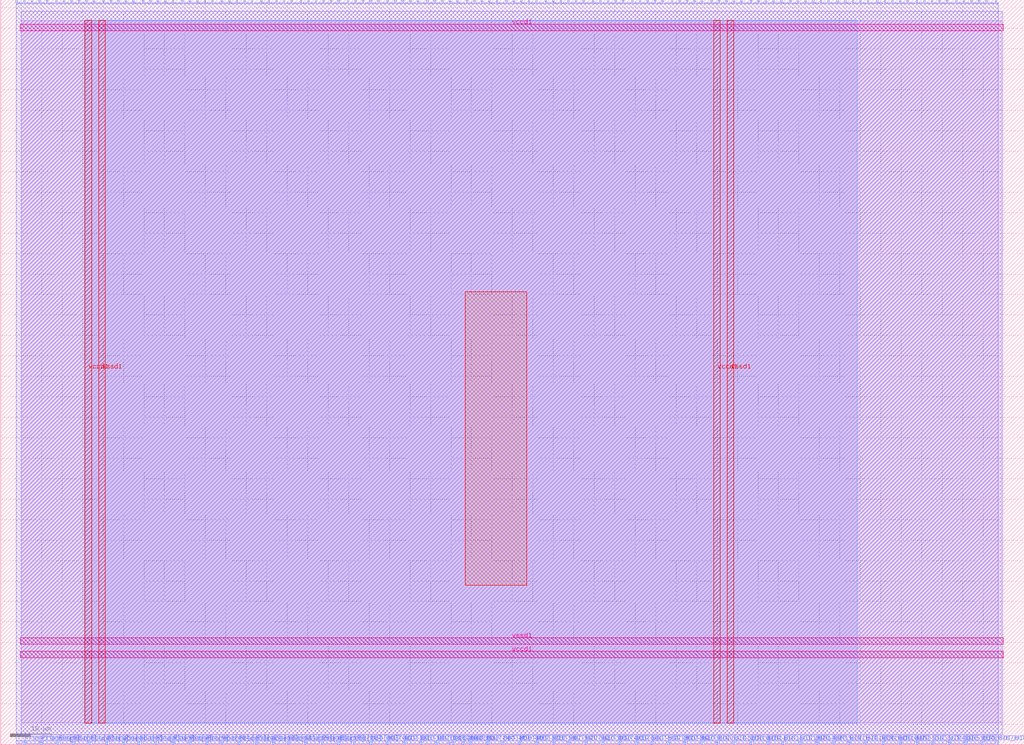
<source format=lef>
VERSION 5.7 ;
  NOWIREEXTENSIONATPIN ON ;
  DIVIDERCHAR "/" ;
  BUSBITCHARS "[]" ;
MACRO S_term_single
  CLASS BLOCK ;
  FOREIGN S_term_single ;
  ORIGIN 0.000 0.000 ;
  SIZE 250.000 BY 182.000 ;
  PIN Co
    DIRECTION OUTPUT TRISTATE ;
    USE SIGNAL ;
    PORT
      LAYER met2 ;
        RECT 104.000 181.300 104.380 182.000 ;
    END
  END Co
  PIN FrameStrobe[0]
    DIRECTION INPUT ;
    USE SIGNAL ;
    ANTENNAGATEAREA 0.213000 ;
    PORT
      LAYER met2 ;
        RECT 5.560 0.000 5.940 0.700 ;
    END
  END FrameStrobe[0]
  PIN FrameStrobe[10]
    DIRECTION INPUT ;
    USE SIGNAL ;
    ANTENNAGATEAREA 0.126000 ;
    PORT
      LAYER met2 ;
        RECT 46.040 0.000 46.420 0.700 ;
    END
  END FrameStrobe[10]
  PIN FrameStrobe[11]
    DIRECTION INPUT ;
    USE SIGNAL ;
    ANTENNAGATEAREA 0.213000 ;
    PORT
      LAYER met2 ;
        RECT 50.180 0.000 50.560 0.700 ;
    END
  END FrameStrobe[11]
  PIN FrameStrobe[12]
    DIRECTION INPUT ;
    USE SIGNAL ;
    ANTENNAGATEAREA 0.126000 ;
    PORT
      LAYER met2 ;
        RECT 53.860 0.000 54.240 0.700 ;
    END
  END FrameStrobe[12]
  PIN FrameStrobe[13]
    DIRECTION INPUT ;
    USE SIGNAL ;
    ANTENNAGATEAREA 0.196500 ;
    PORT
      LAYER met2 ;
        RECT 58.000 0.000 58.380 0.700 ;
    END
  END FrameStrobe[13]
  PIN FrameStrobe[14]
    DIRECTION INPUT ;
    USE SIGNAL ;
    ANTENNAGATEAREA 0.196500 ;
    PORT
      LAYER met2 ;
        RECT 62.140 0.000 62.520 0.700 ;
    END
  END FrameStrobe[14]
  PIN FrameStrobe[15]
    DIRECTION INPUT ;
    USE SIGNAL ;
    ANTENNAGATEAREA 0.126000 ;
    PORT
      LAYER met2 ;
        RECT 66.280 0.000 66.660 0.700 ;
    END
  END FrameStrobe[15]
  PIN FrameStrobe[16]
    DIRECTION INPUT ;
    USE SIGNAL ;
    ANTENNAGATEAREA 0.126000 ;
    PORT
      LAYER met2 ;
        RECT 69.960 0.000 70.340 0.700 ;
    END
  END FrameStrobe[16]
  PIN FrameStrobe[17]
    DIRECTION INPUT ;
    USE SIGNAL ;
    ANTENNAGATEAREA 0.196500 ;
    PORT
      LAYER met2 ;
        RECT 74.100 0.000 74.480 0.700 ;
    END
  END FrameStrobe[17]
  PIN FrameStrobe[18]
    DIRECTION INPUT ;
    USE SIGNAL ;
    ANTENNAGATEAREA 0.196500 ;
    PORT
      LAYER met2 ;
        RECT 78.240 0.000 78.620 0.700 ;
    END
  END FrameStrobe[18]
  PIN FrameStrobe[19]
    DIRECTION INPUT ;
    USE SIGNAL ;
    ANTENNAGATEAREA 0.196500 ;
    PORT
      LAYER met2 ;
        RECT 82.380 0.000 82.760 0.700 ;
    END
  END FrameStrobe[19]
  PIN FrameStrobe[1]
    DIRECTION INPUT ;
    USE SIGNAL ;
    ANTENNAGATEAREA 0.213000 ;
    PORT
      LAYER met2 ;
        RECT 9.700 0.000 10.080 0.700 ;
    END
  END FrameStrobe[1]
  PIN FrameStrobe[2]
    DIRECTION INPUT ;
    USE SIGNAL ;
    ANTENNAGATEAREA 0.213000 ;
    PORT
      LAYER met2 ;
        RECT 13.840 0.000 14.220 0.700 ;
    END
  END FrameStrobe[2]
  PIN FrameStrobe[3]
    DIRECTION INPUT ;
    USE SIGNAL ;
    ANTENNAGATEAREA 0.213000 ;
    PORT
      LAYER met2 ;
        RECT 17.520 0.000 17.900 0.700 ;
    END
  END FrameStrobe[3]
  PIN FrameStrobe[4]
    DIRECTION INPUT ;
    USE SIGNAL ;
    ANTENNAGATEAREA 0.126000 ;
    PORT
      LAYER met2 ;
        RECT 21.660 0.000 22.040 0.700 ;
    END
  END FrameStrobe[4]
  PIN FrameStrobe[5]
    DIRECTION INPUT ;
    USE SIGNAL ;
    ANTENNAGATEAREA 0.213000 ;
    PORT
      LAYER met2 ;
        RECT 25.800 0.000 26.180 0.700 ;
    END
  END FrameStrobe[5]
  PIN FrameStrobe[6]
    DIRECTION INPUT ;
    USE SIGNAL ;
    ANTENNAGATEAREA 0.126000 ;
    PORT
      LAYER met2 ;
        RECT 29.940 0.000 30.320 0.700 ;
    END
  END FrameStrobe[6]
  PIN FrameStrobe[7]
    DIRECTION INPUT ;
    USE SIGNAL ;
    ANTENNAGATEAREA 0.126000 ;
    PORT
      LAYER met2 ;
        RECT 33.620 0.000 34.000 0.700 ;
    END
  END FrameStrobe[7]
  PIN FrameStrobe[8]
    DIRECTION INPUT ;
    USE SIGNAL ;
    ANTENNAGATEAREA 0.213000 ;
    PORT
      LAYER met2 ;
        RECT 37.760 0.000 38.140 0.700 ;
    END
  END FrameStrobe[8]
  PIN FrameStrobe[9]
    DIRECTION INPUT ;
    USE SIGNAL ;
    ANTENNAGATEAREA 0.213000 ;
    PORT
      LAYER met2 ;
        RECT 41.900 0.000 42.280 0.700 ;
    END
  END FrameStrobe[9]
  PIN FrameStrobe_O[0]
    DIRECTION OUTPUT TRISTATE ;
    USE SIGNAL ;
    ANTENNADIFFAREA 0.795200 ;
    PORT
      LAYER met2 ;
        RECT 206.120 181.300 206.500 182.000 ;
    END
  END FrameStrobe_O[0]
  PIN FrameStrobe_O[10]
    DIRECTION OUTPUT TRISTATE ;
    USE SIGNAL ;
    ANTENNADIFFAREA 0.795200 ;
    PORT
      LAYER met2 ;
        RECT 225.440 181.300 225.820 182.000 ;
    END
  END FrameStrobe_O[10]
  PIN FrameStrobe_O[11]
    DIRECTION OUTPUT TRISTATE ;
    USE SIGNAL ;
    ANTENNADIFFAREA 0.795200 ;
    PORT
      LAYER met2 ;
        RECT 227.280 181.300 227.660 182.000 ;
    END
  END FrameStrobe_O[11]
  PIN FrameStrobe_O[12]
    DIRECTION OUTPUT TRISTATE ;
    USE SIGNAL ;
    ANTENNADIFFAREA 0.795200 ;
    PORT
      LAYER met2 ;
        RECT 229.120 181.300 229.500 182.000 ;
    END
  END FrameStrobe_O[12]
  PIN FrameStrobe_O[13]
    DIRECTION OUTPUT TRISTATE ;
    USE SIGNAL ;
    ANTENNADIFFAREA 0.795200 ;
    PORT
      LAYER met2 ;
        RECT 230.960 181.300 231.340 182.000 ;
    END
  END FrameStrobe_O[13]
  PIN FrameStrobe_O[14]
    DIRECTION OUTPUT TRISTATE ;
    USE SIGNAL ;
    ANTENNADIFFAREA 0.795200 ;
    PORT
      LAYER met2 ;
        RECT 233.260 181.300 233.640 182.000 ;
    END
  END FrameStrobe_O[14]
  PIN FrameStrobe_O[15]
    DIRECTION OUTPUT TRISTATE ;
    USE SIGNAL ;
    ANTENNADIFFAREA 0.795200 ;
    PORT
      LAYER met2 ;
        RECT 235.100 181.300 235.480 182.000 ;
    END
  END FrameStrobe_O[15]
  PIN FrameStrobe_O[16]
    DIRECTION OUTPUT TRISTATE ;
    USE SIGNAL ;
    ANTENNADIFFAREA 0.795200 ;
    PORT
      LAYER met2 ;
        RECT 236.940 181.300 237.320 182.000 ;
    END
  END FrameStrobe_O[16]
  PIN FrameStrobe_O[17]
    DIRECTION OUTPUT TRISTATE ;
    USE SIGNAL ;
    ANTENNADIFFAREA 0.795200 ;
    PORT
      LAYER met2 ;
        RECT 238.780 181.300 239.160 182.000 ;
    END
  END FrameStrobe_O[17]
  PIN FrameStrobe_O[18]
    DIRECTION OUTPUT TRISTATE ;
    USE SIGNAL ;
    ANTENNADIFFAREA 0.795200 ;
    PORT
      LAYER met2 ;
        RECT 240.620 181.300 241.000 182.000 ;
    END
  END FrameStrobe_O[18]
  PIN FrameStrobe_O[19]
    DIRECTION OUTPUT TRISTATE ;
    USE SIGNAL ;
    ANTENNADIFFAREA 0.795200 ;
    PORT
      LAYER met2 ;
        RECT 242.920 181.300 243.300 182.000 ;
    END
  END FrameStrobe_O[19]
  PIN FrameStrobe_O[1]
    DIRECTION OUTPUT TRISTATE ;
    USE SIGNAL ;
    ANTENNADIFFAREA 0.795200 ;
    PORT
      LAYER met2 ;
        RECT 207.960 181.300 208.340 182.000 ;
    END
  END FrameStrobe_O[1]
  PIN FrameStrobe_O[2]
    DIRECTION OUTPUT TRISTATE ;
    USE SIGNAL ;
    ANTENNADIFFAREA 0.795200 ;
    PORT
      LAYER met2 ;
        RECT 209.800 181.300 210.180 182.000 ;
    END
  END FrameStrobe_O[2]
  PIN FrameStrobe_O[3]
    DIRECTION OUTPUT TRISTATE ;
    USE SIGNAL ;
    ANTENNADIFFAREA 0.795200 ;
    PORT
      LAYER met2 ;
        RECT 211.640 181.300 212.020 182.000 ;
    END
  END FrameStrobe_O[3]
  PIN FrameStrobe_O[4]
    DIRECTION OUTPUT TRISTATE ;
    USE SIGNAL ;
    ANTENNADIFFAREA 0.795200 ;
    PORT
      LAYER met2 ;
        RECT 213.940 181.300 214.320 182.000 ;
    END
  END FrameStrobe_O[4]
  PIN FrameStrobe_O[5]
    DIRECTION OUTPUT TRISTATE ;
    USE SIGNAL ;
    ANTENNADIFFAREA 0.795200 ;
    PORT
      LAYER met2 ;
        RECT 215.780 181.300 216.160 182.000 ;
    END
  END FrameStrobe_O[5]
  PIN FrameStrobe_O[6]
    DIRECTION OUTPUT TRISTATE ;
    USE SIGNAL ;
    ANTENNADIFFAREA 0.795200 ;
    PORT
      LAYER met2 ;
        RECT 217.620 181.300 218.000 182.000 ;
    END
  END FrameStrobe_O[6]
  PIN FrameStrobe_O[7]
    DIRECTION OUTPUT TRISTATE ;
    USE SIGNAL ;
    ANTENNADIFFAREA 0.795200 ;
    PORT
      LAYER met2 ;
        RECT 219.460 181.300 219.840 182.000 ;
    END
  END FrameStrobe_O[7]
  PIN FrameStrobe_O[8]
    DIRECTION OUTPUT TRISTATE ;
    USE SIGNAL ;
    ANTENNADIFFAREA 0.795200 ;
    PORT
      LAYER met2 ;
        RECT 221.300 181.300 221.680 182.000 ;
    END
  END FrameStrobe_O[8]
  PIN FrameStrobe_O[9]
    DIRECTION OUTPUT TRISTATE ;
    USE SIGNAL ;
    ANTENNADIFFAREA 0.795200 ;
    PORT
      LAYER met2 ;
        RECT 223.600 181.300 223.980 182.000 ;
    END
  END FrameStrobe_O[9]
  PIN N1BEG[0]
    DIRECTION OUTPUT TRISTATE ;
    USE SIGNAL ;
    ANTENNADIFFAREA 0.795200 ;
    PORT
      LAYER met2 ;
        RECT 3.720 181.300 4.100 182.000 ;
    END
  END N1BEG[0]
  PIN N1BEG[1]
    DIRECTION OUTPUT TRISTATE ;
    USE SIGNAL ;
    ANTENNADIFFAREA 0.795200 ;
    PORT
      LAYER met2 ;
        RECT 5.560 181.300 5.940 182.000 ;
    END
  END N1BEG[1]
  PIN N1BEG[2]
    DIRECTION OUTPUT TRISTATE ;
    USE SIGNAL ;
    ANTENNADIFFAREA 0.795200 ;
    PORT
      LAYER met2 ;
        RECT 7.400 181.300 7.780 182.000 ;
    END
  END N1BEG[2]
  PIN N1BEG[3]
    DIRECTION OUTPUT TRISTATE ;
    USE SIGNAL ;
    ANTENNADIFFAREA 0.445500 ;
    PORT
      LAYER met2 ;
        RECT 9.240 181.300 9.620 182.000 ;
    END
  END N1BEG[3]
  PIN N2BEG[0]
    DIRECTION OUTPUT TRISTATE ;
    USE SIGNAL ;
    ANTENNADIFFAREA 0.445500 ;
    PORT
      LAYER met2 ;
        RECT 11.080 181.300 11.460 182.000 ;
    END
  END N2BEG[0]
  PIN N2BEG[1]
    DIRECTION OUTPUT TRISTATE ;
    USE SIGNAL ;
    ANTENNADIFFAREA 0.795200 ;
    PORT
      LAYER met2 ;
        RECT 13.380 181.300 13.760 182.000 ;
    END
  END N2BEG[1]
  PIN N2BEG[2]
    DIRECTION OUTPUT TRISTATE ;
    USE SIGNAL ;
    ANTENNADIFFAREA 0.795200 ;
    PORT
      LAYER met2 ;
        RECT 15.220 181.300 15.600 182.000 ;
    END
  END N2BEG[2]
  PIN N2BEG[3]
    DIRECTION OUTPUT TRISTATE ;
    USE SIGNAL ;
    ANTENNADIFFAREA 0.445500 ;
    PORT
      LAYER met2 ;
        RECT 17.060 181.300 17.440 182.000 ;
    END
  END N2BEG[3]
  PIN N2BEG[4]
    DIRECTION OUTPUT TRISTATE ;
    USE SIGNAL ;
    ANTENNADIFFAREA 0.795200 ;
    PORT
      LAYER met2 ;
        RECT 18.900 181.300 19.280 182.000 ;
    END
  END N2BEG[4]
  PIN N2BEG[5]
    DIRECTION OUTPUT TRISTATE ;
    USE SIGNAL ;
    ANTENNADIFFAREA 0.795200 ;
    PORT
      LAYER met2 ;
        RECT 20.740 181.300 21.120 182.000 ;
    END
  END N2BEG[5]
  PIN N2BEG[6]
    DIRECTION OUTPUT TRISTATE ;
    USE SIGNAL ;
    ANTENNADIFFAREA 0.795200 ;
    PORT
      LAYER met2 ;
        RECT 22.580 181.300 22.960 182.000 ;
    END
  END N2BEG[6]
  PIN N2BEG[7]
    DIRECTION OUTPUT TRISTATE ;
    USE SIGNAL ;
    ANTENNADIFFAREA 0.445500 ;
    PORT
      LAYER met2 ;
        RECT 24.880 181.300 25.260 182.000 ;
    END
  END N2BEG[7]
  PIN N2BEGb[0]
    DIRECTION OUTPUT TRISTATE ;
    USE SIGNAL ;
    ANTENNADIFFAREA 0.795200 ;
    PORT
      LAYER met2 ;
        RECT 26.720 181.300 27.100 182.000 ;
    END
  END N2BEGb[0]
  PIN N2BEGb[1]
    DIRECTION OUTPUT TRISTATE ;
    USE SIGNAL ;
    ANTENNADIFFAREA 0.795200 ;
    PORT
      LAYER met2 ;
        RECT 28.560 181.300 28.940 182.000 ;
    END
  END N2BEGb[1]
  PIN N2BEGb[2]
    DIRECTION OUTPUT TRISTATE ;
    USE SIGNAL ;
    ANTENNADIFFAREA 0.445500 ;
    PORT
      LAYER met2 ;
        RECT 30.400 181.300 30.780 182.000 ;
    END
  END N2BEGb[2]
  PIN N2BEGb[3]
    DIRECTION OUTPUT TRISTATE ;
    USE SIGNAL ;
    ANTENNADIFFAREA 0.445500 ;
    PORT
      LAYER met2 ;
        RECT 32.240 181.300 32.620 182.000 ;
    END
  END N2BEGb[3]
  PIN N2BEGb[4]
    DIRECTION OUTPUT TRISTATE ;
    USE SIGNAL ;
    ANTENNADIFFAREA 0.795200 ;
    PORT
      LAYER met2 ;
        RECT 34.540 181.300 34.920 182.000 ;
    END
  END N2BEGb[4]
  PIN N2BEGb[5]
    DIRECTION OUTPUT TRISTATE ;
    USE SIGNAL ;
    ANTENNADIFFAREA 0.445500 ;
    PORT
      LAYER met2 ;
        RECT 36.380 181.300 36.760 182.000 ;
    END
  END N2BEGb[5]
  PIN N2BEGb[6]
    DIRECTION OUTPUT TRISTATE ;
    USE SIGNAL ;
    ANTENNADIFFAREA 0.445500 ;
    PORT
      LAYER met2 ;
        RECT 38.220 181.300 38.600 182.000 ;
    END
  END N2BEGb[6]
  PIN N2BEGb[7]
    DIRECTION OUTPUT TRISTATE ;
    USE SIGNAL ;
    ANTENNADIFFAREA 0.795200 ;
    PORT
      LAYER met2 ;
        RECT 40.060 181.300 40.440 182.000 ;
    END
  END N2BEGb[7]
  PIN N4BEG[0]
    DIRECTION OUTPUT TRISTATE ;
    USE SIGNAL ;
    ANTENNADIFFAREA 0.795200 ;
    PORT
      LAYER met2 ;
        RECT 41.900 181.300 42.280 182.000 ;
    END
  END N4BEG[0]
  PIN N4BEG[10]
    DIRECTION OUTPUT TRISTATE ;
    USE SIGNAL ;
    ANTENNADIFFAREA 0.795200 ;
    PORT
      LAYER met2 ;
        RECT 61.220 181.300 61.600 182.000 ;
    END
  END N4BEG[10]
  PIN N4BEG[11]
    DIRECTION OUTPUT TRISTATE ;
    USE SIGNAL ;
    ANTENNADIFFAREA 0.795200 ;
    PORT
      LAYER met2 ;
        RECT 63.520 181.300 63.900 182.000 ;
    END
  END N4BEG[11]
  PIN N4BEG[12]
    DIRECTION OUTPUT TRISTATE ;
    USE SIGNAL ;
    ANTENNADIFFAREA 0.445500 ;
    PORT
      LAYER met2 ;
        RECT 65.360 181.300 65.740 182.000 ;
    END
  END N4BEG[12]
  PIN N4BEG[13]
    DIRECTION OUTPUT TRISTATE ;
    USE SIGNAL ;
    ANTENNADIFFAREA 0.445500 ;
    PORT
      LAYER met2 ;
        RECT 67.200 181.300 67.580 182.000 ;
    END
  END N4BEG[13]
  PIN N4BEG[14]
    DIRECTION OUTPUT TRISTATE ;
    USE SIGNAL ;
    ANTENNADIFFAREA 0.795200 ;
    PORT
      LAYER met2 ;
        RECT 69.040 181.300 69.420 182.000 ;
    END
  END N4BEG[14]
  PIN N4BEG[15]
    DIRECTION OUTPUT TRISTATE ;
    USE SIGNAL ;
    ANTENNADIFFAREA 0.445500 ;
    PORT
      LAYER met2 ;
        RECT 70.880 181.300 71.260 182.000 ;
    END
  END N4BEG[15]
  PIN N4BEG[1]
    DIRECTION OUTPUT TRISTATE ;
    USE SIGNAL ;
    ANTENNADIFFAREA 0.445500 ;
    PORT
      LAYER met2 ;
        RECT 44.200 181.300 44.580 182.000 ;
    END
  END N4BEG[1]
  PIN N4BEG[2]
    DIRECTION OUTPUT TRISTATE ;
    USE SIGNAL ;
    ANTENNADIFFAREA 0.445500 ;
    PORT
      LAYER met2 ;
        RECT 46.040 181.300 46.420 182.000 ;
    END
  END N4BEG[2]
  PIN N4BEG[3]
    DIRECTION OUTPUT TRISTATE ;
    USE SIGNAL ;
    ANTENNADIFFAREA 0.795200 ;
    PORT
      LAYER met2 ;
        RECT 47.880 181.300 48.260 182.000 ;
    END
  END N4BEG[3]
  PIN N4BEG[4]
    DIRECTION OUTPUT TRISTATE ;
    USE SIGNAL ;
    ANTENNADIFFAREA 0.795200 ;
    PORT
      LAYER met2 ;
        RECT 49.720 181.300 50.100 182.000 ;
    END
  END N4BEG[4]
  PIN N4BEG[5]
    DIRECTION OUTPUT TRISTATE ;
    USE SIGNAL ;
    ANTENNADIFFAREA 0.445500 ;
    PORT
      LAYER met2 ;
        RECT 51.560 181.300 51.940 182.000 ;
    END
  END N4BEG[5]
  PIN N4BEG[6]
    DIRECTION OUTPUT TRISTATE ;
    USE SIGNAL ;
    ANTENNADIFFAREA 0.795200 ;
    PORT
      LAYER met2 ;
        RECT 53.860 181.300 54.240 182.000 ;
    END
  END N4BEG[6]
  PIN N4BEG[7]
    DIRECTION OUTPUT TRISTATE ;
    USE SIGNAL ;
    ANTENNADIFFAREA 0.795200 ;
    PORT
      LAYER met2 ;
        RECT 55.700 181.300 56.080 182.000 ;
    END
  END N4BEG[7]
  PIN N4BEG[8]
    DIRECTION OUTPUT TRISTATE ;
    USE SIGNAL ;
    ANTENNADIFFAREA 0.445500 ;
    PORT
      LAYER met2 ;
        RECT 57.540 181.300 57.920 182.000 ;
    END
  END N4BEG[8]
  PIN N4BEG[9]
    DIRECTION OUTPUT TRISTATE ;
    USE SIGNAL ;
    ANTENNADIFFAREA 0.445500 ;
    PORT
      LAYER met2 ;
        RECT 59.380 181.300 59.760 182.000 ;
    END
  END N4BEG[9]
  PIN NN4BEG[0]
    DIRECTION OUTPUT TRISTATE ;
    USE SIGNAL ;
    ANTENNADIFFAREA 0.445500 ;
    PORT
      LAYER met2 ;
        RECT 73.180 181.300 73.560 182.000 ;
    END
  END NN4BEG[0]
  PIN NN4BEG[10]
    DIRECTION OUTPUT TRISTATE ;
    USE SIGNAL ;
    ANTENNADIFFAREA 0.445500 ;
    PORT
      LAYER met2 ;
        RECT 92.040 181.300 92.420 182.000 ;
    END
  END NN4BEG[10]
  PIN NN4BEG[11]
    DIRECTION OUTPUT TRISTATE ;
    USE SIGNAL ;
    ANTENNADIFFAREA 0.445500 ;
    PORT
      LAYER met2 ;
        RECT 94.340 181.300 94.720 182.000 ;
    END
  END NN4BEG[11]
  PIN NN4BEG[12]
    DIRECTION OUTPUT TRISTATE ;
    USE SIGNAL ;
    ANTENNADIFFAREA 0.795200 ;
    PORT
      LAYER met2 ;
        RECT 96.180 181.300 96.560 182.000 ;
    END
  END NN4BEG[12]
  PIN NN4BEG[13]
    DIRECTION OUTPUT TRISTATE ;
    USE SIGNAL ;
    ANTENNADIFFAREA 0.445500 ;
    PORT
      LAYER met2 ;
        RECT 98.020 181.300 98.400 182.000 ;
    END
  END NN4BEG[13]
  PIN NN4BEG[14]
    DIRECTION OUTPUT TRISTATE ;
    USE SIGNAL ;
    ANTENNADIFFAREA 0.445500 ;
    PORT
      LAYER met2 ;
        RECT 99.860 181.300 100.240 182.000 ;
    END
  END NN4BEG[14]
  PIN NN4BEG[15]
    DIRECTION OUTPUT TRISTATE ;
    USE SIGNAL ;
    ANTENNADIFFAREA 0.795200 ;
    PORT
      LAYER met2 ;
        RECT 101.700 181.300 102.080 182.000 ;
    END
  END NN4BEG[15]
  PIN NN4BEG[1]
    DIRECTION OUTPUT TRISTATE ;
    USE SIGNAL ;
    ANTENNADIFFAREA 0.795200 ;
    PORT
      LAYER met2 ;
        RECT 75.020 181.300 75.400 182.000 ;
    END
  END NN4BEG[1]
  PIN NN4BEG[2]
    DIRECTION OUTPUT TRISTATE ;
    USE SIGNAL ;
    ANTENNADIFFAREA 0.795200 ;
    PORT
      LAYER met2 ;
        RECT 76.860 181.300 77.240 182.000 ;
    END
  END NN4BEG[2]
  PIN NN4BEG[3]
    DIRECTION OUTPUT TRISTATE ;
    USE SIGNAL ;
    ANTENNADIFFAREA 0.445500 ;
    PORT
      LAYER met2 ;
        RECT 78.700 181.300 79.080 182.000 ;
    END
  END NN4BEG[3]
  PIN NN4BEG[4]
    DIRECTION OUTPUT TRISTATE ;
    USE SIGNAL ;
    ANTENNADIFFAREA 0.445500 ;
    PORT
      LAYER met2 ;
        RECT 80.540 181.300 80.920 182.000 ;
    END
  END NN4BEG[4]
  PIN NN4BEG[5]
    DIRECTION OUTPUT TRISTATE ;
    USE SIGNAL ;
    ANTENNADIFFAREA 0.795200 ;
    PORT
      LAYER met2 ;
        RECT 82.380 181.300 82.760 182.000 ;
    END
  END NN4BEG[5]
  PIN NN4BEG[6]
    DIRECTION OUTPUT TRISTATE ;
    USE SIGNAL ;
    ANTENNADIFFAREA 0.445500 ;
    PORT
      LAYER met2 ;
        RECT 84.680 181.300 85.060 182.000 ;
    END
  END NN4BEG[6]
  PIN NN4BEG[7]
    DIRECTION OUTPUT TRISTATE ;
    USE SIGNAL ;
    ANTENNADIFFAREA 0.445500 ;
    PORT
      LAYER met2 ;
        RECT 86.520 181.300 86.900 182.000 ;
    END
  END NN4BEG[7]
  PIN NN4BEG[8]
    DIRECTION OUTPUT TRISTATE ;
    USE SIGNAL ;
    ANTENNADIFFAREA 0.795200 ;
    PORT
      LAYER met2 ;
        RECT 88.360 181.300 88.740 182.000 ;
    END
  END NN4BEG[8]
  PIN NN4BEG[9]
    DIRECTION OUTPUT TRISTATE ;
    USE SIGNAL ;
    ANTENNADIFFAREA 0.795200 ;
    PORT
      LAYER met2 ;
        RECT 90.200 181.300 90.580 182.000 ;
    END
  END NN4BEG[9]
  PIN S1END[0]
    DIRECTION INPUT ;
    USE SIGNAL ;
    ANTENNAGATEAREA 0.196500 ;
    PORT
      LAYER met2 ;
        RECT 105.840 181.300 106.220 182.000 ;
    END
  END S1END[0]
  PIN S1END[1]
    DIRECTION INPUT ;
    USE SIGNAL ;
    ANTENNAGATEAREA 0.196500 ;
    PORT
      LAYER met2 ;
        RECT 107.680 181.300 108.060 182.000 ;
    END
  END S1END[1]
  PIN S1END[2]
    DIRECTION INPUT ;
    USE SIGNAL ;
    ANTENNAGATEAREA 0.196500 ;
    PORT
      LAYER met2 ;
        RECT 109.520 181.300 109.900 182.000 ;
    END
  END S1END[2]
  PIN S1END[3]
    DIRECTION INPUT ;
    USE SIGNAL ;
    ANTENNAGATEAREA 0.196500 ;
    PORT
      LAYER met2 ;
        RECT 111.360 181.300 111.740 182.000 ;
    END
  END S1END[3]
  PIN S2END[0]
    DIRECTION INPUT ;
    USE SIGNAL ;
    ANTENNAGATEAREA 0.196500 ;
    PORT
      LAYER met2 ;
        RECT 128.840 181.300 129.220 182.000 ;
    END
  END S2END[0]
  PIN S2END[1]
    DIRECTION INPUT ;
    USE SIGNAL ;
    ANTENNAGATEAREA 0.196500 ;
    PORT
      LAYER met2 ;
        RECT 130.680 181.300 131.060 182.000 ;
    END
  END S2END[1]
  PIN S2END[2]
    DIRECTION INPUT ;
    USE SIGNAL ;
    ANTENNAGATEAREA 0.196500 ;
    PORT
      LAYER met2 ;
        RECT 132.980 181.300 133.360 182.000 ;
    END
  END S2END[2]
  PIN S2END[3]
    DIRECTION INPUT ;
    USE SIGNAL ;
    ANTENNAGATEAREA 0.196500 ;
    PORT
      LAYER met2 ;
        RECT 134.820 181.300 135.200 182.000 ;
    END
  END S2END[3]
  PIN S2END[4]
    DIRECTION INPUT ;
    USE SIGNAL ;
    ANTENNAGATEAREA 0.196500 ;
    PORT
      LAYER met2 ;
        RECT 136.660 181.300 137.040 182.000 ;
    END
  END S2END[4]
  PIN S2END[5]
    DIRECTION INPUT ;
    USE SIGNAL ;
    ANTENNAGATEAREA 0.196500 ;
    PORT
      LAYER met2 ;
        RECT 138.500 181.300 138.880 182.000 ;
    END
  END S2END[5]
  PIN S2END[6]
    DIRECTION INPUT ;
    USE SIGNAL ;
    ANTENNAGATEAREA 0.196500 ;
    PORT
      LAYER met2 ;
        RECT 140.340 181.300 140.720 182.000 ;
    END
  END S2END[6]
  PIN S2END[7]
    DIRECTION INPUT ;
    USE SIGNAL ;
    ANTENNAGATEAREA 0.196500 ;
    PORT
      LAYER met2 ;
        RECT 142.180 181.300 142.560 182.000 ;
    END
  END S2END[7]
  PIN S2MID[0]
    DIRECTION INPUT ;
    USE SIGNAL ;
    ANTENNAGATEAREA 0.196500 ;
    PORT
      LAYER met2 ;
        RECT 113.660 181.300 114.040 182.000 ;
    END
  END S2MID[0]
  PIN S2MID[1]
    DIRECTION INPUT ;
    USE SIGNAL ;
    ANTENNAGATEAREA 0.196500 ;
    PORT
      LAYER met2 ;
        RECT 115.500 181.300 115.880 182.000 ;
    END
  END S2MID[1]
  PIN S2MID[2]
    DIRECTION INPUT ;
    USE SIGNAL ;
    ANTENNAGATEAREA 0.196500 ;
    PORT
      LAYER met2 ;
        RECT 117.340 181.300 117.720 182.000 ;
    END
  END S2MID[2]
  PIN S2MID[3]
    DIRECTION INPUT ;
    USE SIGNAL ;
    ANTENNAGATEAREA 0.196500 ;
    PORT
      LAYER met2 ;
        RECT 119.180 181.300 119.560 182.000 ;
    END
  END S2MID[3]
  PIN S2MID[4]
    DIRECTION INPUT ;
    USE SIGNAL ;
    ANTENNAGATEAREA 0.196500 ;
    PORT
      LAYER met2 ;
        RECT 121.020 181.300 121.400 182.000 ;
    END
  END S2MID[4]
  PIN S2MID[5]
    DIRECTION INPUT ;
    USE SIGNAL ;
    ANTENNAGATEAREA 0.196500 ;
    PORT
      LAYER met2 ;
        RECT 123.320 181.300 123.700 182.000 ;
    END
  END S2MID[5]
  PIN S2MID[6]
    DIRECTION INPUT ;
    USE SIGNAL ;
    ANTENNAGATEAREA 0.196500 ;
    PORT
      LAYER met2 ;
        RECT 125.160 181.300 125.540 182.000 ;
    END
  END S2MID[6]
  PIN S2MID[7]
    DIRECTION INPUT ;
    USE SIGNAL ;
    ANTENNAGATEAREA 0.196500 ;
    PORT
      LAYER met2 ;
        RECT 127.000 181.300 127.380 182.000 ;
    END
  END S2MID[7]
  PIN S4END[0]
    DIRECTION INPUT ;
    USE SIGNAL ;
    ANTENNAGATEAREA 0.196500 ;
    PORT
      LAYER met2 ;
        RECT 144.480 181.300 144.860 182.000 ;
    END
  END S4END[0]
  PIN S4END[10]
    DIRECTION INPUT ;
    USE SIGNAL ;
    ANTENNAGATEAREA 0.196500 ;
    PORT
      LAYER met2 ;
        RECT 163.800 181.300 164.180 182.000 ;
    END
  END S4END[10]
  PIN S4END[11]
    DIRECTION INPUT ;
    USE SIGNAL ;
    ANTENNAGATEAREA 0.196500 ;
    PORT
      LAYER met2 ;
        RECT 165.640 181.300 166.020 182.000 ;
    END
  END S4END[11]
  PIN S4END[12]
    DIRECTION INPUT ;
    USE SIGNAL ;
    PORT
      LAYER met2 ;
        RECT 167.480 181.300 167.860 182.000 ;
    END
  END S4END[12]
  PIN S4END[13]
    DIRECTION INPUT ;
    USE SIGNAL ;
    PORT
      LAYER met2 ;
        RECT 169.320 181.300 169.700 182.000 ;
    END
  END S4END[13]
  PIN S4END[14]
    DIRECTION INPUT ;
    USE SIGNAL ;
    PORT
      LAYER met2 ;
        RECT 171.160 181.300 171.540 182.000 ;
    END
  END S4END[14]
  PIN S4END[15]
    DIRECTION INPUT ;
    USE SIGNAL ;
    PORT
      LAYER met2 ;
        RECT 173.460 181.300 173.840 182.000 ;
    END
  END S4END[15]
  PIN S4END[1]
    DIRECTION INPUT ;
    USE SIGNAL ;
    ANTENNAGATEAREA 0.196500 ;
    PORT
      LAYER met2 ;
        RECT 146.320 181.300 146.700 182.000 ;
    END
  END S4END[1]
  PIN S4END[2]
    DIRECTION INPUT ;
    USE SIGNAL ;
    ANTENNAGATEAREA 0.126000 ;
    PORT
      LAYER met2 ;
        RECT 148.160 181.300 148.540 182.000 ;
    END
  END S4END[2]
  PIN S4END[3]
    DIRECTION INPUT ;
    USE SIGNAL ;
    ANTENNAGATEAREA 0.126000 ;
    PORT
      LAYER met2 ;
        RECT 150.000 181.300 150.380 182.000 ;
    END
  END S4END[3]
  PIN S4END[4]
    DIRECTION INPUT ;
    USE SIGNAL ;
    ANTENNAGATEAREA 0.196500 ;
    PORT
      LAYER met2 ;
        RECT 151.840 181.300 152.220 182.000 ;
    END
  END S4END[4]
  PIN S4END[5]
    DIRECTION INPUT ;
    USE SIGNAL ;
    ANTENNAGATEAREA 0.196500 ;
    PORT
      LAYER met2 ;
        RECT 154.140 181.300 154.520 182.000 ;
    END
  END S4END[5]
  PIN S4END[6]
    DIRECTION INPUT ;
    USE SIGNAL ;
    ANTENNAGATEAREA 0.196500 ;
    PORT
      LAYER met2 ;
        RECT 155.980 181.300 156.360 182.000 ;
    END
  END S4END[6]
  PIN S4END[7]
    DIRECTION INPUT ;
    USE SIGNAL ;
    ANTENNAGATEAREA 0.196500 ;
    PORT
      LAYER met2 ;
        RECT 157.820 181.300 158.200 182.000 ;
    END
  END S4END[7]
  PIN S4END[8]
    DIRECTION INPUT ;
    USE SIGNAL ;
    ANTENNAGATEAREA 0.196500 ;
    PORT
      LAYER met2 ;
        RECT 159.660 181.300 160.040 182.000 ;
    END
  END S4END[8]
  PIN S4END[9]
    DIRECTION INPUT ;
    USE SIGNAL ;
    ANTENNAGATEAREA 0.196500 ;
    PORT
      LAYER met2 ;
        RECT 161.500 181.300 161.880 182.000 ;
    END
  END S4END[9]
  PIN SS4END[0]
    DIRECTION INPUT ;
    USE SIGNAL ;
    ANTENNAGATEAREA 0.196500 ;
    PORT
      LAYER met2 ;
        RECT 175.300 181.300 175.680 182.000 ;
    END
  END SS4END[0]
  PIN SS4END[10]
    DIRECTION INPUT ;
    USE SIGNAL ;
    ANTENNAGATEAREA 0.126000 ;
    PORT
      LAYER met2 ;
        RECT 194.620 181.300 195.000 182.000 ;
    END
  END SS4END[10]
  PIN SS4END[11]
    DIRECTION INPUT ;
    USE SIGNAL ;
    ANTENNAGATEAREA 0.213000 ;
    PORT
      LAYER met2 ;
        RECT 196.460 181.300 196.840 182.000 ;
    END
  END SS4END[11]
  PIN SS4END[12]
    DIRECTION INPUT ;
    USE SIGNAL ;
    ANTENNAGATEAREA 0.126000 ;
    PORT
      LAYER met2 ;
        RECT 198.300 181.300 198.680 182.000 ;
    END
  END SS4END[12]
  PIN SS4END[13]
    DIRECTION INPUT ;
    USE SIGNAL ;
    ANTENNAGATEAREA 0.213000 ;
    PORT
      LAYER met2 ;
        RECT 200.140 181.300 200.520 182.000 ;
    END
  END SS4END[13]
  PIN SS4END[14]
    DIRECTION INPUT ;
    USE SIGNAL ;
    ANTENNAGATEAREA 0.126000 ;
    PORT
      LAYER met2 ;
        RECT 201.980 181.300 202.360 182.000 ;
    END
  END SS4END[14]
  PIN SS4END[15]
    DIRECTION INPUT ;
    USE SIGNAL ;
    ANTENNAGATEAREA 0.213000 ;
    PORT
      LAYER met2 ;
        RECT 204.280 181.300 204.660 182.000 ;
    END
  END SS4END[15]
  PIN SS4END[1]
    DIRECTION INPUT ;
    USE SIGNAL ;
    ANTENNAGATEAREA 0.196500 ;
    PORT
      LAYER met2 ;
        RECT 177.140 181.300 177.520 182.000 ;
    END
  END SS4END[1]
  PIN SS4END[2]
    DIRECTION INPUT ;
    USE SIGNAL ;
    ANTENNAGATEAREA 0.126000 ;
    PORT
      LAYER met2 ;
        RECT 178.980 181.300 179.360 182.000 ;
    END
  END SS4END[2]
  PIN SS4END[3]
    DIRECTION INPUT ;
    USE SIGNAL ;
    ANTENNAGATEAREA 0.196500 ;
    PORT
      LAYER met2 ;
        RECT 180.820 181.300 181.200 182.000 ;
    END
  END SS4END[3]
  PIN SS4END[4]
    DIRECTION INPUT ;
    USE SIGNAL ;
    ANTENNAGATEAREA 0.126000 ;
    PORT
      LAYER met2 ;
        RECT 183.120 181.300 183.500 182.000 ;
    END
  END SS4END[4]
  PIN SS4END[5]
    DIRECTION INPUT ;
    USE SIGNAL ;
    ANTENNAGATEAREA 0.126000 ;
    PORT
      LAYER met2 ;
        RECT 184.960 181.300 185.340 182.000 ;
    END
  END SS4END[5]
  PIN SS4END[6]
    DIRECTION INPUT ;
    USE SIGNAL ;
    ANTENNAGATEAREA 0.126000 ;
    PORT
      LAYER met2 ;
        RECT 186.800 181.300 187.180 182.000 ;
    END
  END SS4END[6]
  PIN SS4END[7]
    DIRECTION INPUT ;
    USE SIGNAL ;
    ANTENNAGATEAREA 0.126000 ;
    PORT
      LAYER met2 ;
        RECT 188.640 181.300 189.020 182.000 ;
    END
  END SS4END[7]
  PIN SS4END[8]
    DIRECTION INPUT ;
    USE SIGNAL ;
    ANTENNAGATEAREA 0.196500 ;
    PORT
      LAYER met2 ;
        RECT 190.480 181.300 190.860 182.000 ;
    END
  END SS4END[8]
  PIN SS4END[9]
    DIRECTION INPUT ;
    USE SIGNAL ;
    ANTENNAGATEAREA 0.126000 ;
    PORT
      LAYER met2 ;
        RECT 192.780 181.300 193.160 182.000 ;
    END
  END SS4END[9]
  PIN UIO_BOT_UIN0
    DIRECTION INPUT ;
    USE SIGNAL ;
    ANTENNAGATEAREA 0.196500 ;
    PORT
      LAYER met2 ;
        RECT 167.020 0.000 167.400 0.700 ;
    END
  END UIO_BOT_UIN0
  PIN UIO_BOT_UIN1
    DIRECTION INPUT ;
    USE SIGNAL ;
    ANTENNAGATEAREA 0.126000 ;
    PORT
      LAYER met2 ;
        RECT 171.160 0.000 171.540 0.700 ;
    END
  END UIO_BOT_UIN1
  PIN UIO_BOT_UIN10
    DIRECTION INPUT ;
    USE SIGNAL ;
    ANTENNAGATEAREA 0.126000 ;
    PORT
      LAYER met2 ;
        RECT 174.840 0.000 175.220 0.700 ;
    END
  END UIO_BOT_UIN10
  PIN UIO_BOT_UIN11
    DIRECTION INPUT ;
    USE SIGNAL ;
    ANTENNAGATEAREA 0.196500 ;
    PORT
      LAYER met2 ;
        RECT 178.980 0.000 179.360 0.700 ;
    END
  END UIO_BOT_UIN11
  PIN UIO_BOT_UIN12
    DIRECTION INPUT ;
    USE SIGNAL ;
    ANTENNAGATEAREA 0.196500 ;
    PORT
      LAYER met2 ;
        RECT 183.120 0.000 183.500 0.700 ;
    END
  END UIO_BOT_UIN12
  PIN UIO_BOT_UIN13
    DIRECTION INPUT ;
    USE SIGNAL ;
    ANTENNAGATEAREA 0.196500 ;
    PORT
      LAYER met2 ;
        RECT 187.260 0.000 187.640 0.700 ;
    END
  END UIO_BOT_UIN13
  PIN UIO_BOT_UIN14
    DIRECTION INPUT ;
    USE SIGNAL ;
    ANTENNAGATEAREA 0.126000 ;
    PORT
      LAYER met2 ;
        RECT 190.940 0.000 191.320 0.700 ;
    END
  END UIO_BOT_UIN14
  PIN UIO_BOT_UIN15
    DIRECTION INPUT ;
    USE SIGNAL ;
    ANTENNAGATEAREA 0.126000 ;
    PORT
      LAYER met2 ;
        RECT 195.080 0.000 195.460 0.700 ;
    END
  END UIO_BOT_UIN15
  PIN UIO_BOT_UIN16
    DIRECTION INPUT ;
    USE SIGNAL ;
    ANTENNAGATEAREA 0.196500 ;
    PORT
      LAYER met2 ;
        RECT 199.220 0.000 199.600 0.700 ;
    END
  END UIO_BOT_UIN16
  PIN UIO_BOT_UIN17
    DIRECTION INPUT ;
    USE SIGNAL ;
    ANTENNAGATEAREA 0.213000 ;
    PORT
      LAYER met2 ;
        RECT 203.360 0.000 203.740 0.700 ;
    END
  END UIO_BOT_UIN17
  PIN UIO_BOT_UIN18
    DIRECTION INPUT ;
    USE SIGNAL ;
    ANTENNAGATEAREA 0.196500 ;
    PORT
      LAYER met2 ;
        RECT 207.040 0.000 207.420 0.700 ;
    END
  END UIO_BOT_UIN18
  PIN UIO_BOT_UIN19
    DIRECTION INPUT ;
    USE SIGNAL ;
    ANTENNAGATEAREA 0.126000 ;
    PORT
      LAYER met2 ;
        RECT 211.180 0.000 211.560 0.700 ;
    END
  END UIO_BOT_UIN19
  PIN UIO_BOT_UIN2
    DIRECTION INPUT ;
    USE SIGNAL ;
    ANTENNAGATEAREA 0.126000 ;
    PORT
      LAYER met2 ;
        RECT 215.320 0.000 215.700 0.700 ;
    END
  END UIO_BOT_UIN2
  PIN UIO_BOT_UIN3
    DIRECTION INPUT ;
    USE SIGNAL ;
    ANTENNAGATEAREA 0.213000 ;
    PORT
      LAYER met2 ;
        RECT 219.460 0.000 219.840 0.700 ;
    END
  END UIO_BOT_UIN3
  PIN UIO_BOT_UIN4
    DIRECTION INPUT ;
    USE SIGNAL ;
    ANTENNAGATEAREA 0.213000 ;
    PORT
      LAYER met2 ;
        RECT 223.600 0.000 223.980 0.700 ;
    END
  END UIO_BOT_UIN4
  PIN UIO_BOT_UIN5
    DIRECTION INPUT ;
    USE SIGNAL ;
    ANTENNAGATEAREA 0.213000 ;
    PORT
      LAYER met2 ;
        RECT 227.280 0.000 227.660 0.700 ;
    END
  END UIO_BOT_UIN5
  PIN UIO_BOT_UIN6
    DIRECTION INPUT ;
    USE SIGNAL ;
    ANTENNAGATEAREA 0.126000 ;
    PORT
      LAYER met2 ;
        RECT 231.420 0.000 231.800 0.700 ;
    END
  END UIO_BOT_UIN6
  PIN UIO_BOT_UIN7
    DIRECTION INPUT ;
    USE SIGNAL ;
    ANTENNAGATEAREA 0.213000 ;
    PORT
      LAYER met2 ;
        RECT 235.560 0.000 235.940 0.700 ;
    END
  END UIO_BOT_UIN7
  PIN UIO_BOT_UIN8
    DIRECTION INPUT ;
    USE SIGNAL ;
    ANTENNAGATEAREA 0.126000 ;
    PORT
      LAYER met2 ;
        RECT 239.700 0.000 240.080 0.700 ;
    END
  END UIO_BOT_UIN8
  PIN UIO_BOT_UIN9
    DIRECTION INPUT ;
    USE SIGNAL ;
    ANTENNAGATEAREA 0.213000 ;
    PORT
      LAYER met2 ;
        RECT 243.380 0.000 243.760 0.700 ;
    END
  END UIO_BOT_UIN9
  PIN UIO_BOT_UOUT0
    DIRECTION OUTPUT TRISTATE ;
    USE SIGNAL ;
    ANTENNADIFFAREA 0.445500 ;
    PORT
      LAYER met2 ;
        RECT 86.060 0.000 86.440 0.700 ;
    END
  END UIO_BOT_UOUT0
  PIN UIO_BOT_UOUT1
    DIRECTION OUTPUT TRISTATE ;
    USE SIGNAL ;
    ANTENNADIFFAREA 0.795200 ;
    PORT
      LAYER met2 ;
        RECT 90.200 0.000 90.580 0.700 ;
    END
  END UIO_BOT_UOUT1
  PIN UIO_BOT_UOUT10
    DIRECTION OUTPUT TRISTATE ;
    USE SIGNAL ;
    ANTENNADIFFAREA 0.445500 ;
    PORT
      LAYER met2 ;
        RECT 94.340 0.000 94.720 0.700 ;
    END
  END UIO_BOT_UOUT10
  PIN UIO_BOT_UOUT11
    DIRECTION OUTPUT TRISTATE ;
    USE SIGNAL ;
    ANTENNADIFFAREA 0.445500 ;
    PORT
      LAYER met2 ;
        RECT 98.480 0.000 98.860 0.700 ;
    END
  END UIO_BOT_UOUT11
  PIN UIO_BOT_UOUT12
    DIRECTION OUTPUT TRISTATE ;
    USE SIGNAL ;
    ANTENNADIFFAREA 0.795200 ;
    PORT
      LAYER met2 ;
        RECT 102.620 0.000 103.000 0.700 ;
    END
  END UIO_BOT_UOUT12
  PIN UIO_BOT_UOUT13
    DIRECTION OUTPUT TRISTATE ;
    USE SIGNAL ;
    ANTENNADIFFAREA 0.445500 ;
    PORT
      LAYER met2 ;
        RECT 106.300 0.000 106.680 0.700 ;
    END
  END UIO_BOT_UOUT13
  PIN UIO_BOT_UOUT14
    DIRECTION OUTPUT TRISTATE ;
    USE SIGNAL ;
    ANTENNADIFFAREA 0.795200 ;
    PORT
      LAYER met2 ;
        RECT 110.440 0.000 110.820 0.700 ;
    END
  END UIO_BOT_UOUT14
  PIN UIO_BOT_UOUT15
    DIRECTION OUTPUT TRISTATE ;
    USE SIGNAL ;
    ANTENNADIFFAREA 0.445500 ;
    PORT
      LAYER met2 ;
        RECT 114.580 0.000 114.960 0.700 ;
    END
  END UIO_BOT_UOUT15
  PIN UIO_BOT_UOUT16
    DIRECTION OUTPUT TRISTATE ;
    USE SIGNAL ;
    ANTENNADIFFAREA 0.445500 ;
    PORT
      LAYER met2 ;
        RECT 118.720 0.000 119.100 0.700 ;
    END
  END UIO_BOT_UOUT16
  PIN UIO_BOT_UOUT17
    DIRECTION OUTPUT TRISTATE ;
    USE SIGNAL ;
    ANTENNADIFFAREA 0.795200 ;
    PORT
      LAYER met2 ;
        RECT 122.400 0.000 122.780 0.700 ;
    END
  END UIO_BOT_UOUT17
  PIN UIO_BOT_UOUT18
    DIRECTION OUTPUT TRISTATE ;
    USE SIGNAL ;
    ANTENNADIFFAREA 0.445500 ;
    PORT
      LAYER met2 ;
        RECT 126.540 0.000 126.920 0.700 ;
    END
  END UIO_BOT_UOUT18
  PIN UIO_BOT_UOUT19
    DIRECTION OUTPUT TRISTATE ;
    USE SIGNAL ;
    ANTENNADIFFAREA 0.795200 ;
    PORT
      LAYER met2 ;
        RECT 130.680 0.000 131.060 0.700 ;
    END
  END UIO_BOT_UOUT19
  PIN UIO_BOT_UOUT2
    DIRECTION OUTPUT TRISTATE ;
    USE SIGNAL ;
    ANTENNADIFFAREA 0.445500 ;
    PORT
      LAYER met2 ;
        RECT 134.820 0.000 135.200 0.700 ;
    END
  END UIO_BOT_UOUT2
  PIN UIO_BOT_UOUT3
    DIRECTION OUTPUT TRISTATE ;
    USE SIGNAL ;
    ANTENNADIFFAREA 0.445500 ;
    PORT
      LAYER met2 ;
        RECT 138.500 0.000 138.880 0.700 ;
    END
  END UIO_BOT_UOUT3
  PIN UIO_BOT_UOUT4
    DIRECTION OUTPUT TRISTATE ;
    USE SIGNAL ;
    ANTENNADIFFAREA 0.445500 ;
    PORT
      LAYER met2 ;
        RECT 142.640 0.000 143.020 0.700 ;
    END
  END UIO_BOT_UOUT4
  PIN UIO_BOT_UOUT5
    DIRECTION OUTPUT TRISTATE ;
    USE SIGNAL ;
    ANTENNADIFFAREA 0.445500 ;
    PORT
      LAYER met2 ;
        RECT 146.780 0.000 147.160 0.700 ;
    END
  END UIO_BOT_UOUT5
  PIN UIO_BOT_UOUT6
    DIRECTION OUTPUT TRISTATE ;
    USE SIGNAL ;
    ANTENNADIFFAREA 0.795200 ;
    PORT
      LAYER met2 ;
        RECT 150.920 0.000 151.300 0.700 ;
    END
  END UIO_BOT_UOUT6
  PIN UIO_BOT_UOUT7
    DIRECTION OUTPUT TRISTATE ;
    USE SIGNAL ;
    ANTENNADIFFAREA 0.445500 ;
    PORT
      LAYER met2 ;
        RECT 155.060 0.000 155.440 0.700 ;
    END
  END UIO_BOT_UOUT7
  PIN UIO_BOT_UOUT8
    DIRECTION OUTPUT TRISTATE ;
    USE SIGNAL ;
    ANTENNADIFFAREA 0.445500 ;
    PORT
      LAYER met2 ;
        RECT 158.740 0.000 159.120 0.700 ;
    END
  END UIO_BOT_UOUT8
  PIN UIO_BOT_UOUT9
    DIRECTION OUTPUT TRISTATE ;
    USE SIGNAL ;
    ANTENNADIFFAREA 0.445500 ;
    PORT
      LAYER met2 ;
        RECT 162.880 0.000 163.260 0.700 ;
    END
  END UIO_BOT_UOUT9
  PIN UserCLK
    DIRECTION INPUT ;
    USE SIGNAL ;
    ANTENNAGATEAREA 0.159000 ;
    PORT
      LAYER met2 ;
        RECT 112.790 0.000 113.070 0.700 ;
    END
  END UserCLK
  PIN UserCLKo
    DIRECTION OUTPUT TRISTATE ;
    USE SIGNAL ;
    ANTENNADIFFAREA 0.340600 ;
    PORT
      LAYER met2 ;
        RECT 109.570 0.000 109.850 0.700 ;
    END
  END UserCLKo
  PIN vccd1
    DIRECTION INOUT ;
    USE POWER ;
    PORT
      LAYER met4 ;
        RECT 20.580 5.200 22.180 177.040 ;
    END
    PORT
      LAYER met4 ;
        RECT 174.180 5.200 175.780 177.040 ;
    END
    PORT
      LAYER met5 ;
        RECT 4.820 21.290 244.960 22.890 ;
    END
    PORT
      LAYER met5 ;
        RECT 4.820 174.470 244.960 176.070 ;
    END
  END vccd1
  PIN vssd1
    DIRECTION INOUT ;
    USE GROUND ;
    PORT
      LAYER met4 ;
        RECT 23.880 5.200 25.480 177.040 ;
    END
    PORT
      LAYER met4 ;
        RECT 177.480 5.200 179.080 177.040 ;
    END
    PORT
      LAYER met5 ;
        RECT 4.820 24.590 244.960 26.190 ;
    END
  END vssd1
  OBS
      LAYER li1 ;
        RECT 5.060 5.355 244.720 176.885 ;
      LAYER met1 ;
        RECT 5.060 2.420 244.720 179.140 ;
      LAYER met2 ;
        RECT 4.380 181.020 5.280 181.300 ;
        RECT 6.220 181.020 7.120 181.300 ;
        RECT 8.060 181.020 8.960 181.300 ;
        RECT 9.900 181.020 10.800 181.300 ;
        RECT 11.740 181.020 13.100 181.300 ;
        RECT 14.040 181.020 14.940 181.300 ;
        RECT 15.880 181.020 16.780 181.300 ;
        RECT 17.720 181.020 18.620 181.300 ;
        RECT 19.560 181.020 20.460 181.300 ;
        RECT 21.400 181.020 22.300 181.300 ;
        RECT 23.240 181.020 24.600 181.300 ;
        RECT 25.540 181.020 26.440 181.300 ;
        RECT 27.380 181.020 28.280 181.300 ;
        RECT 29.220 181.020 30.120 181.300 ;
        RECT 31.060 181.020 31.960 181.300 ;
        RECT 32.900 181.020 34.260 181.300 ;
        RECT 35.200 181.020 36.100 181.300 ;
        RECT 37.040 181.020 37.940 181.300 ;
        RECT 38.880 181.020 39.780 181.300 ;
        RECT 40.720 181.020 41.620 181.300 ;
        RECT 42.560 181.020 43.920 181.300 ;
        RECT 44.860 181.020 45.760 181.300 ;
        RECT 46.700 181.020 47.600 181.300 ;
        RECT 48.540 181.020 49.440 181.300 ;
        RECT 50.380 181.020 51.280 181.300 ;
        RECT 52.220 181.020 53.580 181.300 ;
        RECT 54.520 181.020 55.420 181.300 ;
        RECT 56.360 181.020 57.260 181.300 ;
        RECT 58.200 181.020 59.100 181.300 ;
        RECT 60.040 181.020 60.940 181.300 ;
        RECT 61.880 181.020 63.240 181.300 ;
        RECT 64.180 181.020 65.080 181.300 ;
        RECT 66.020 181.020 66.920 181.300 ;
        RECT 67.860 181.020 68.760 181.300 ;
        RECT 69.700 181.020 70.600 181.300 ;
        RECT 71.540 181.020 72.900 181.300 ;
        RECT 73.840 181.020 74.740 181.300 ;
        RECT 75.680 181.020 76.580 181.300 ;
        RECT 77.520 181.020 78.420 181.300 ;
        RECT 79.360 181.020 80.260 181.300 ;
        RECT 81.200 181.020 82.100 181.300 ;
        RECT 83.040 181.020 84.400 181.300 ;
        RECT 85.340 181.020 86.240 181.300 ;
        RECT 87.180 181.020 88.080 181.300 ;
        RECT 89.020 181.020 89.920 181.300 ;
        RECT 90.860 181.020 91.760 181.300 ;
        RECT 92.700 181.020 94.060 181.300 ;
        RECT 95.000 181.020 95.900 181.300 ;
        RECT 96.840 181.020 97.740 181.300 ;
        RECT 98.680 181.020 99.580 181.300 ;
        RECT 100.520 181.020 101.420 181.300 ;
        RECT 102.360 181.020 103.720 181.300 ;
        RECT 104.660 181.020 105.560 181.300 ;
        RECT 106.500 181.020 107.400 181.300 ;
        RECT 108.340 181.020 109.240 181.300 ;
        RECT 110.180 181.020 111.080 181.300 ;
        RECT 112.020 181.020 113.380 181.300 ;
        RECT 114.320 181.020 115.220 181.300 ;
        RECT 116.160 181.020 117.060 181.300 ;
        RECT 118.000 181.020 118.900 181.300 ;
        RECT 119.840 181.020 120.740 181.300 ;
        RECT 121.680 181.020 123.040 181.300 ;
        RECT 123.980 181.020 124.880 181.300 ;
        RECT 125.820 181.020 126.720 181.300 ;
        RECT 127.660 181.020 128.560 181.300 ;
        RECT 129.500 181.020 130.400 181.300 ;
        RECT 131.340 181.020 132.700 181.300 ;
        RECT 133.640 181.020 134.540 181.300 ;
        RECT 135.480 181.020 136.380 181.300 ;
        RECT 137.320 181.020 138.220 181.300 ;
        RECT 139.160 181.020 140.060 181.300 ;
        RECT 141.000 181.020 141.900 181.300 ;
        RECT 142.840 181.020 144.200 181.300 ;
        RECT 145.140 181.020 146.040 181.300 ;
        RECT 146.980 181.020 147.880 181.300 ;
        RECT 148.820 181.020 149.720 181.300 ;
        RECT 150.660 181.020 151.560 181.300 ;
        RECT 152.500 181.020 153.860 181.300 ;
        RECT 154.800 181.020 155.700 181.300 ;
        RECT 156.640 181.020 157.540 181.300 ;
        RECT 158.480 181.020 159.380 181.300 ;
        RECT 160.320 181.020 161.220 181.300 ;
        RECT 162.160 181.020 163.520 181.300 ;
        RECT 164.460 181.020 165.360 181.300 ;
        RECT 166.300 181.020 167.200 181.300 ;
        RECT 168.140 181.020 169.040 181.300 ;
        RECT 169.980 181.020 170.880 181.300 ;
        RECT 171.820 181.020 173.180 181.300 ;
        RECT 174.120 181.020 175.020 181.300 ;
        RECT 175.960 181.020 176.860 181.300 ;
        RECT 177.800 181.020 178.700 181.300 ;
        RECT 179.640 181.020 180.540 181.300 ;
        RECT 181.480 181.020 182.840 181.300 ;
        RECT 183.780 181.020 184.680 181.300 ;
        RECT 185.620 181.020 186.520 181.300 ;
        RECT 187.460 181.020 188.360 181.300 ;
        RECT 189.300 181.020 190.200 181.300 ;
        RECT 191.140 181.020 192.500 181.300 ;
        RECT 193.440 181.020 194.340 181.300 ;
        RECT 195.280 181.020 196.180 181.300 ;
        RECT 197.120 181.020 198.020 181.300 ;
        RECT 198.960 181.020 199.860 181.300 ;
        RECT 200.800 181.020 201.700 181.300 ;
        RECT 202.640 181.020 204.000 181.300 ;
        RECT 204.940 181.020 205.840 181.300 ;
        RECT 206.780 181.020 207.680 181.300 ;
        RECT 208.620 181.020 209.520 181.300 ;
        RECT 210.460 181.020 211.360 181.300 ;
        RECT 212.300 181.020 213.660 181.300 ;
        RECT 214.600 181.020 215.500 181.300 ;
        RECT 216.440 181.020 217.340 181.300 ;
        RECT 218.280 181.020 219.180 181.300 ;
        RECT 220.120 181.020 221.020 181.300 ;
        RECT 221.960 181.020 223.320 181.300 ;
        RECT 224.260 181.020 225.160 181.300 ;
        RECT 226.100 181.020 227.000 181.300 ;
        RECT 227.940 181.020 228.840 181.300 ;
        RECT 229.780 181.020 230.680 181.300 ;
        RECT 231.620 181.020 232.980 181.300 ;
        RECT 233.920 181.020 234.820 181.300 ;
        RECT 235.760 181.020 236.660 181.300 ;
        RECT 237.600 181.020 238.500 181.300 ;
        RECT 239.440 181.020 240.340 181.300 ;
        RECT 241.280 181.020 242.640 181.300 ;
        RECT 243.580 181.020 243.700 181.300 ;
        RECT 3.840 0.980 243.700 181.020 ;
        RECT 3.840 0.270 5.280 0.980 ;
        RECT 6.220 0.270 9.420 0.980 ;
        RECT 10.360 0.270 13.560 0.980 ;
        RECT 14.500 0.270 17.240 0.980 ;
        RECT 18.180 0.270 21.380 0.980 ;
        RECT 22.320 0.270 25.520 0.980 ;
        RECT 26.460 0.270 29.660 0.980 ;
        RECT 30.600 0.270 33.340 0.980 ;
        RECT 34.280 0.270 37.480 0.980 ;
        RECT 38.420 0.270 41.620 0.980 ;
        RECT 42.560 0.270 45.760 0.980 ;
        RECT 46.700 0.270 49.900 0.980 ;
        RECT 50.840 0.270 53.580 0.980 ;
        RECT 54.520 0.270 57.720 0.980 ;
        RECT 58.660 0.270 61.860 0.980 ;
        RECT 62.800 0.270 66.000 0.980 ;
        RECT 66.940 0.270 69.680 0.980 ;
        RECT 70.620 0.270 73.820 0.980 ;
        RECT 74.760 0.270 77.960 0.980 ;
        RECT 78.900 0.270 82.100 0.980 ;
        RECT 83.040 0.270 85.780 0.980 ;
        RECT 86.720 0.270 89.920 0.980 ;
        RECT 90.860 0.270 94.060 0.980 ;
        RECT 95.000 0.270 98.200 0.980 ;
        RECT 99.140 0.270 102.340 0.980 ;
        RECT 103.280 0.270 106.020 0.980 ;
        RECT 106.960 0.270 109.290 0.980 ;
        RECT 110.130 0.270 110.160 0.980 ;
        RECT 111.100 0.270 112.510 0.980 ;
        RECT 113.350 0.270 114.300 0.980 ;
        RECT 115.240 0.270 118.440 0.980 ;
        RECT 119.380 0.270 122.120 0.980 ;
        RECT 123.060 0.270 126.260 0.980 ;
        RECT 127.200 0.270 130.400 0.980 ;
        RECT 131.340 0.270 134.540 0.980 ;
        RECT 135.480 0.270 138.220 0.980 ;
        RECT 139.160 0.270 142.360 0.980 ;
        RECT 143.300 0.270 146.500 0.980 ;
        RECT 147.440 0.270 150.640 0.980 ;
        RECT 151.580 0.270 154.780 0.980 ;
        RECT 155.720 0.270 158.460 0.980 ;
        RECT 159.400 0.270 162.600 0.980 ;
        RECT 163.540 0.270 166.740 0.980 ;
        RECT 167.680 0.270 170.880 0.980 ;
        RECT 171.820 0.270 174.560 0.980 ;
        RECT 175.500 0.270 178.700 0.980 ;
        RECT 179.640 0.270 182.840 0.980 ;
        RECT 183.780 0.270 186.980 0.980 ;
        RECT 187.920 0.270 190.660 0.980 ;
        RECT 191.600 0.270 194.800 0.980 ;
        RECT 195.740 0.270 198.940 0.980 ;
        RECT 199.880 0.270 203.080 0.980 ;
        RECT 204.020 0.270 206.760 0.980 ;
        RECT 207.700 0.270 210.900 0.980 ;
        RECT 211.840 0.270 215.040 0.980 ;
        RECT 215.980 0.270 219.180 0.980 ;
        RECT 220.120 0.270 223.320 0.980 ;
        RECT 224.260 0.270 227.000 0.980 ;
        RECT 227.940 0.270 231.140 0.980 ;
        RECT 232.080 0.270 235.280 0.980 ;
        RECT 236.220 0.270 239.420 0.980 ;
        RECT 240.360 0.270 243.100 0.980 ;
      LAYER met3 ;
        RECT 20.590 5.275 209.235 176.965 ;
      LAYER met4 ;
        RECT 113.455 38.935 128.505 110.665 ;
  END
END S_term_single
END LIBRARY


</source>
